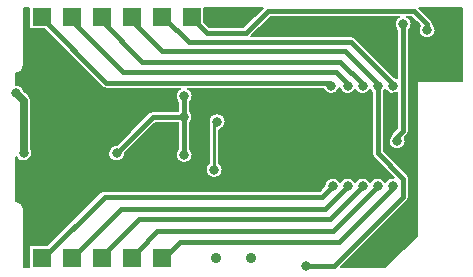
<source format=gbr>
G04 EasyPC Gerber Version 21.0.3 Build 4286 *
G04 #@! TF.Part,Single*
G04 #@! TF.FileFunction,Copper,L2,Bot *
G04 #@! TF.FilePolarity,Positive *
%FSLAX35Y35*%
%MOIN*%
G04 #@! TA.AperFunction,ComponentPad*
%ADD29R,0.06000X0.06000*%
G04 #@! TD.AperFunction*
%ADD11C,0.00500*%
%ADD15C,0.01000*%
%ADD75C,0.01500*%
%ADD73C,0.02500*%
G04 #@! TA.AperFunction,ViaPad*
%ADD72C,0.03200*%
G04 #@! TA.AperFunction,ComponentPad*
%ADD71C,0.03543*%
X0Y0D02*
D02*
D11*
X50250Y25250D02*
G75*
G02X52750Y22750J-2500D01*
G01*
Y3250*
X54500*
Y10500*
X60672*
X78336Y28164*
G75*
G02X79750Y28750I1414J-1414*
G01*
X151422*
X152900Y30228*
G75*
G02Y30250I2865J11*
G01*
G75*
G02X158250Y31619I2850*
G01*
G75*
G02X163250I2500J-1369*
G01*
G75*
G02X168250I2500J-1369*
G01*
G75*
G02X173250I2500J-1369*
G01*
G75*
G02X176092Y33080I2500J-1369*
G01*
X169336Y39836*
G75*
G02X168750Y41250I1414J1414*
G01*
Y61720*
G75*
G02X168250Y62381I1999J2030*
G01*
G75*
G02X163250I-2500J1369*
G01*
G75*
G02X158002Y62996I-2500J1369*
G01*
G75*
G02X152578Y62750I-2752J754*
G01*
X107619*
G75*
G02X108250Y58220I-1369J-2500*
G01*
Y55280*
G75*
G02Y51220I-2000J-2030*
G01*
Y42780*
G75*
G02X109100Y40750I-2000J-2030*
G01*
G75*
G02X103400I-2850*
G01*
G75*
G02X104250Y42780I2850*
G01*
Y51220*
G75*
G02X104220Y51250I1993J2023*
G01*
X96578*
X86600Y41272*
G75*
G02Y41250I-2872J-11*
G01*
G75*
G02X80900I-2850*
G01*
G75*
G02X83772Y44100I2850*
G01*
X94336Y54664*
G75*
G02X95750Y55250I1414J-1414*
G01*
X104220*
G75*
G02X104250Y55280I2023J-1993*
G01*
Y58220*
G75*
G02X104881Y62750I2000J2030*
G01*
X80250*
G75*
G02X78836Y63336J2000*
G01*
X59672Y82500*
X54500*
Y89750*
X52750*
Y70250*
G75*
G02X50250Y67750I-2500*
G01*
Y64100*
G75*
G02X52985Y62050J-2850*
G01*
X54518Y60518*
G75*
G02X55250Y58750I-1768J-1768*
G01*
Y42619*
G75*
G02X50250Y39881I-2500J-1369*
G01*
Y25250*
X114500Y38000D02*
Y51002D01*
G75*
G02X114400Y51750I2750J748*
G01*
G75*
G02X120100I2850*
G01*
G75*
G02X118000Y49000I-2850*
G01*
Y38000*
G75*
G02X119100Y35750I-1750J-2250*
G01*
G75*
G02X113400I-2850*
G01*
G75*
G02X114500Y38000I2850*
G01*
X168750Y43750D02*
G36*
X118000D01*
Y38000*
G75*
G02X119100Y35750I-1751J-2250*
G01*
G75*
G02X113400I-2850*
G01*
G75*
G02X114500Y38000I2851J0*
G01*
Y43750*
X108250*
Y42780*
G75*
G02X109100Y40750I-2002J-2031*
G01*
G75*
G02X103400I-2850*
G01*
G75*
G02X104250Y42780I2852J-1*
G01*
Y43750*
X89078*
X86600Y41272*
Y41250*
G75*
G02X80900I-2850*
G01*
G75*
G02X82382Y43750I2850J0*
G01*
X55250*
Y42619*
G75*
G02X55600Y41250I-2500J-1369*
G01*
G75*
G02X50500Y39501I-2850*
G01*
Y25237*
G75*
G02X52750Y22750I-250J-2488*
G01*
Y3500*
X54500*
Y10500*
X60672*
X78336Y28164*
G75*
G02X79750Y28750I1415J-1415*
G01*
X151422*
X152900Y30228*
Y30250*
G75*
G02X158250Y31619I2850*
G01*
G75*
G02X163250I2500J-1369*
G01*
G75*
G02X168250I2500J-1369*
G01*
G75*
G02X173250I2500J-1369*
G01*
G75*
G02X175842Y33099I2500J-1367*
G01*
Y33330*
X169336Y39836*
G75*
G02X168750Y41250I1415J1415*
G01*
Y43750*
G37*
X54500Y89500D02*
G36*
X52750D01*
Y70250*
G75*
G02X50500Y67763I-2500J0*
G01*
Y64089*
G75*
G02X52985Y62050I-250J-2839*
G01*
X54518Y60518*
G75*
G02X55250Y58751I-1766J-1767*
G01*
G75*
G02Y58750I-2820J0*
G01*
Y43750*
X82382*
G75*
G02X83772Y44100I1369J-2500*
G01*
X94336Y54664*
G75*
G02X95750Y55250I1415J-1415*
G01*
X104220*
G75*
G02X104250Y55280I599J-569*
G01*
Y58220*
G75*
G02X103400Y60250I2000J2030*
G01*
G75*
G02X104881Y62750I2850*
G01*
X80250*
G75*
G02X78836Y63336I0J2001*
G01*
X59672Y82500*
X54500*
Y89500*
G37*
X104250Y43750D02*
G36*
Y51220D01*
G75*
G02X104220Y51250I569J599*
G01*
X96578*
X89078Y43750*
X104250*
G37*
X168750D02*
G36*
Y61720D01*
G75*
G02X168250Y62381I2010J2039*
G01*
G75*
G02X163250I-2500J1369*
G01*
G75*
G02X158002Y62996I-2500J1369*
G01*
G75*
G02X152578Y62750I-2752J755*
G01*
X107619*
G75*
G02X109100Y60250I-1368J-2500*
G01*
G75*
G02X108250Y58220I-2850*
G01*
Y55280*
G75*
G02X109100Y53250I-2000J-2030*
G01*
G75*
G02X108250Y51220I-2850*
G01*
Y43750*
X114500*
Y51002*
G75*
G02X114400Y51750I2760J750*
G01*
G75*
G02X120100I2850*
G01*
G75*
G02X118000Y49000I-2850*
G01*
Y43750*
X168750*
G37*
X113000Y84828D02*
X114578Y83250D01*
X125922*
X132422Y89750*
X113000*
Y84828*
G36*
X114578Y83250*
X125922*
X132422Y89750*
X113000*
Y84828*
G37*
X128578Y80250D02*
X161750D01*
G75*
G02X163164Y79664J-2000*
G01*
X176278Y66551*
G75*
G02X177250Y66173I-528J-2801*
G01*
Y82220*
G75*
G02X177881Y86750I2000J2030*
G01*
X135078*
X128578Y80250*
G36*
X161750*
G75*
G02X163164Y79664J-2000*
G01*
X176278Y66551*
G75*
G02X177250Y66173I-528J-2801*
G01*
Y82220*
G75*
G02X177881Y86750I2000J2030*
G01*
X135078*
X128578Y80250*
G37*
X173250Y3250D02*
X183750Y13750D01*
Y65250*
X198750*
Y89750*
X184578*
X188664Y85664*
G75*
G02X189250Y84281I-1414J-1414*
G01*
G75*
G02X190100Y82250I-2000J-2031*
G01*
G75*
G02X184400I-2850*
G01*
G75*
G02X184863Y83808I2850J0*
G01*
X181922Y86750*
X180619*
G75*
G02X181250Y82220I-1369J-2500*
G01*
Y48750*
G75*
G02X180664Y47336I-2000*
G01*
X179817Y46489*
G75*
G02X180100Y45250I-2567J-1238*
G01*
G75*
G02X174400I-2850*
G01*
G75*
G02X175350Y47374I2850*
G01*
G75*
G02X175836Y48164I1900J-624*
G01*
X177250Y49578*
Y61327*
G75*
G02X173250Y62381I-1500J2423*
G01*
G75*
G02X172750Y61720I-2499J1369*
G01*
Y42078*
X180664Y34164*
G75*
G02X181250Y32750I-1414J-1414*
G01*
Y26750*
G75*
G02X180664Y25336I-2000*
G01*
X158578Y3250*
X173250*
G36*
X183750Y13750*
Y65250*
X198750*
Y89750*
X184578*
X188664Y85664*
G75*
G02X189250Y84281I-1414J-1414*
G01*
G75*
G02X190100Y82250I-2000J-2031*
G01*
G75*
G02X184400I-2850*
G01*
G75*
G02X184863Y83808I2850J0*
G01*
X181922Y86750*
X180619*
G75*
G02X181250Y82220I-1369J-2500*
G01*
Y48750*
G75*
G02X180664Y47336I-2000*
G01*
X179817Y46489*
G75*
G02X180100Y45250I-2567J-1238*
G01*
G75*
G02X174400I-2850*
G01*
G75*
G02X175350Y47374I2850*
G01*
G75*
G02X175836Y48164I1900J-624*
G01*
X177250Y49578*
Y61327*
G75*
G02X173250Y62381I-1500J2423*
G01*
G75*
G02X172750Y61720I-2499J1369*
G01*
Y42078*
X180664Y34164*
G75*
G02X181250Y32750I-1414J-1414*
G01*
Y26750*
G75*
G02X180664Y25336I-2000*
G01*
X158578Y3250*
X173250*
G37*
D02*
D15*
X116250Y35750D02*
Y51750D01*
X117250*
D02*
D71*
X116847Y6266D03*
X128658D03*
D02*
D29*
X58750Y6250D03*
Y86750D03*
X68750Y6250D03*
Y86750D03*
X78750Y6250D03*
Y86750D03*
X88750Y6250D03*
Y86750D03*
X98750Y6250D03*
Y86750D03*
X108750D03*
X118750D03*
D02*
D72*
X50250Y61250D03*
X52750Y41250D03*
X63250Y72250D03*
X75750Y39250D03*
X83750Y41250D03*
X106250Y40750D03*
Y53250D03*
Y60250D03*
X114250Y60750D03*
X116250Y35750D03*
X117250Y51750D03*
X140250Y83750D03*
X146750Y3750D03*
X155250Y63750D03*
X155750Y30250D03*
X160750D03*
Y63750D03*
X165250Y39750D03*
Y52250D03*
X165750Y30250D03*
Y63750D03*
X167750Y6750D03*
X170750Y30250D03*
Y63750D03*
X175750Y30250D03*
Y63750D03*
X177250Y45250D03*
X179250Y84250D03*
X187250Y82250D03*
X194250Y85750D03*
D02*
D73*
X52750Y41250D02*
Y58750D01*
X50250Y61250*
D02*
D75*
X58750Y6250D02*
X59250D01*
X79750Y26750*
X152250*
X155750Y30250*
X68750Y6250D02*
X85250Y22750D01*
X153250*
X160750Y30250*
X78750Y6250D02*
X78250D01*
X91250Y19250*
X154750*
X165750Y30250*
X78750Y86750D02*
Y85250D01*
X92250Y71750*
X158250*
X165750Y64250*
Y63750*
X83750Y41250D02*
X95750Y53250D01*
X106250*
X88750Y6250D02*
X90750D01*
Y8750*
X97250Y15250*
X155750*
X170750Y30250*
X88750Y86750D02*
Y85250D01*
X98750Y75250*
X159750*
X170750Y64250*
Y63750*
X98750Y6250D02*
Y6750D01*
X99750*
X104750Y11750*
X157750*
X175750Y29750*
Y30250*
X98750Y86750D02*
X99250D01*
X107750Y78250*
X161750*
X175750Y64250*
Y63750*
X106250Y53250D02*
Y40750D01*
Y53250D02*
Y60250D01*
X108750Y86750D02*
Y86250D01*
X113750Y81250*
X126750*
X134250Y88750*
X182750*
X187250Y84250*
Y82250*
X155250Y63750D02*
X154250Y64750D01*
X80250*
X58750Y86250*
Y86750*
X160750Y63750D02*
Y64250D01*
X156750Y68250*
X85750*
X68750Y85250*
Y86750*
X170750Y63750D02*
Y41250D01*
X179250Y32750*
Y26750*
X156250Y3750*
X146750*
X179250Y84250D02*
Y48750D01*
X177250Y46750*
Y45250*
X0Y0D02*
M02*

</source>
